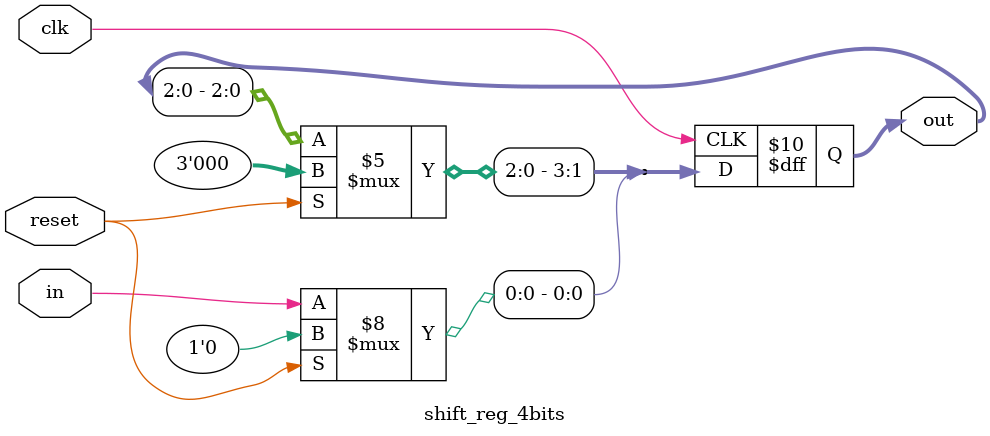
<source format=v>
module shift_reg_4bits(clk, reset, in, out);
	input clk, reset, in;
	output reg[3:0] out = 4'b0;

	always @ (posedge clk) 
	begin
		if (reset) out = 4'b0; // 同步清零，高电平有效
		else 
		begin
			out <= out<<1; // 输出信号左移一位(并行输出)
			out[0] <= in; // 输入信号补充到最低位
		end
	end
endmodule
</source>
